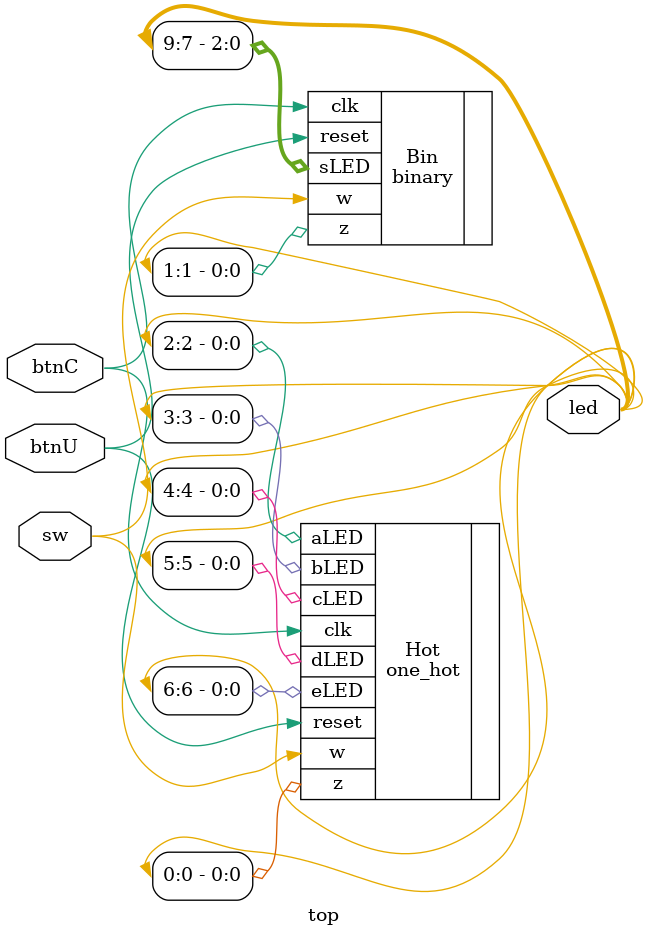
<source format=v>
module top(
    input [0:0]sw, // w
    output [9:0] led, // see IO table
    input btnC, // clk
    input btnU // reset
);

  one_hot Hot(
        .w(sw[0]),
        .clk(btnC),
        .reset(btnU),
        .z(led[0]),
        .aLED(led[2]),
        .bLED(led[3]),
        .cLED(led[4]),
        .dLED(led[5]),
        .eLED(led[6])
  );
  
  binary Bin(
        .w(sw[0]),
        .clk(btnC),
        .reset(btnU),
        .z(led[1]),
        .sLED(led[9:7])
  );

endmodule
</source>
